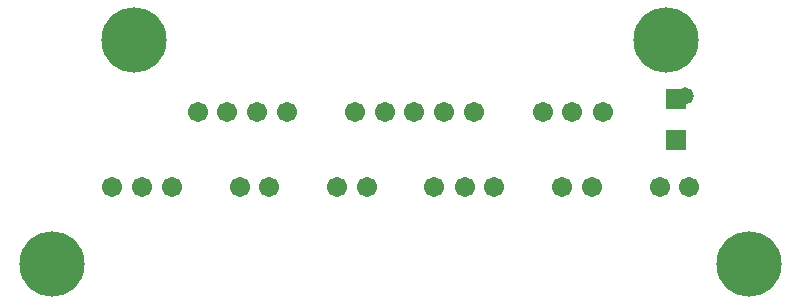
<source format=gbs>
G04 Layer_Color=16711935*
%FSLAX25Y25*%
%MOIN*%
G70*
G01*
G75*
%ADD20R,0.06706X0.06706*%
%ADD21C,0.06706*%
%ADD22C,0.21745*%
%ADD23C,0.05800*%
D20*
X220000Y53110D02*
D03*
Y66890D02*
D03*
D21*
X195563Y62500D02*
D03*
X175563D02*
D03*
X185406D02*
D03*
X106957Y37500D02*
D03*
X116800D02*
D03*
X74458D02*
D03*
X84300D02*
D03*
X31800D02*
D03*
X51800D02*
D03*
X41958D02*
D03*
X152433Y62500D02*
D03*
X142591D02*
D03*
X132748D02*
D03*
X113063D02*
D03*
X122906D02*
D03*
X214458Y37500D02*
D03*
X224300D02*
D03*
X181957D02*
D03*
X191800D02*
D03*
X139300D02*
D03*
X159300D02*
D03*
X149458D02*
D03*
X90091Y62500D02*
D03*
X80248D02*
D03*
X60563D02*
D03*
X70406D02*
D03*
D22*
X216535Y86614D02*
D03*
X244094Y11811D02*
D03*
X39370Y86614D02*
D03*
X11811Y11811D02*
D03*
D23*
X223000Y68000D02*
D03*
M02*

</source>
